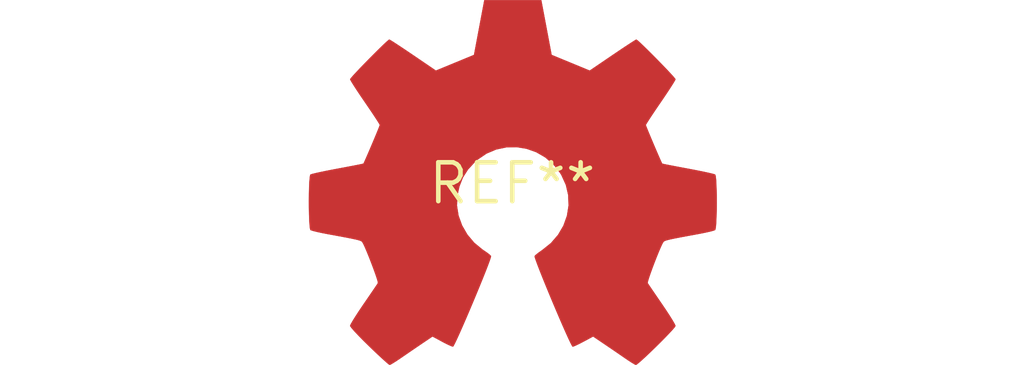
<source format=kicad_pcb>
(kicad_pcb (version 20240108) (generator pcbnew)
  (layers (0 "F.Cu" signal) (31 "B.Cu" signal) (34 "B.Paste" user) (35 "F.Paste" user) (36 "B.SilkS" user "B.Silkscreen") (37 "F.SilkS" user "F.Silkscreen") (38 "B.Mask" user) (39 "F.Mask" user) (44 "Edge.Cuts" user))
  (net 0 "")
  (footprint "OSHW-Symbol_13.4x12mm_Copper" (layer "F.Cu") (at 0 0)
    (property "Reference" "REF**")
    (property "Value" "OSHW-Symbol_13.4x12mm_Copper")
    (fp_poly (pts (xy 1.119803 -5.09936) (xy 1.288676 -4.203573) (xy 1.911796 -3.946702) (xy 2.534916 -3.689832) (xy 3.282453 -4.198151) (xy 3.491802 -4.339684) (xy 3.681043 -4.466055) (xy 3.841343 -4.571493) (xy 3.963874 -4.65023) (xy 4.039802 -4.696495) (xy 4.06048 -4.706471) (xy 4.097731 -4.680814) (xy 4.177332 -4.609885) (xy 4.290361 -4.502743) (xy 4.427895 -4.36845) (xy 4.581012 -4.216066) (xy 4.740789 -4.054653) (xy 4.898305 -3.89327) (xy 5.044637 -3.740978) (xy 5.170863 -3.606838) (xy 5.26806 -3.499911) (xy 5.327307 -3.429258) (xy 5.341471 -3.405612) (xy 5.321087 -3.362021) (xy 5.263941 -3.266519) (xy 5.176041 -3.12845) (xy 5.063396 -2.957155) (xy 4.932013 -2.761975) (xy 4.855882 -2.650648) (xy 4.717118 -2.447367) (xy 4.593811 -2.263927) (xy 4.491945 -2.109458) (xy 4.417501 -1.993091) (xy 4.376461 -1.923958) (xy 4.370294 -1.90943) (xy 4.384274 -1.86814) (xy 4.422382 -1.771908) (xy 4.478867 -1.634266) (xy 4.54798 -1.468742) (xy 4.62397 -1.288868) (xy 4.701089 -1.108172) (xy 4.773585 -0.940186) (xy 4.835709 -0.79844) (xy 4.881712 -0.696463) (xy 4.905843 -0.647786) (xy 4.907267 -0.64587) (xy 4.945158 -0.636575) (xy 5.046069 -0.61584) (xy 5.19954 -0.585702) (xy 5.395112 -0.548199) (xy 5.622325 -0.505371) (xy 5.754891 -0.480674) (xy 5.997679 -0.434447) (xy 6.216974 -0.39046) (xy 6.401681 -0.351119) (xy 6.540705 -0.318831) (xy 6.622952 -0.296003) (xy 6.639485 -0.28876) (xy 6.655678 -0.239739) (xy 6.668744 -0.129023) (xy 6.678691 0.030438) (xy 6.685528 0.2257) (xy 6.689264 0.443814) (xy 6.689907 0.671835) (xy 6.687468 0.896815) (xy 6.681953 1.105809) (xy 6.673374 1.285868) (xy 6.661737 1.424047) (xy 6.647052 1.507398) (xy 6.638245 1.52475) (xy 6.585599 1.545548) (xy 6.474043 1.575282) (xy 6.318335 1.610459) (xy 6.133229 1.647586) (xy 6.068613 1.659597) (xy 5.757071 1.716662) (xy 5.510976 1.762618) (xy 5.322195 1.799293) (xy 5.182598 1.828513) (xy 5.084052 1.852104) (xy 5.018426 1.871892) (xy 4.977589 1.889706) (xy 4.953409 1.90737) (xy 4.950026 1.910861) (xy 4.916255 1.9671) (xy 4.864737 2.076547) (xy 4.800617 2.2258) (xy 4.729039 2.401459) (xy 4.655146 2.590121) (xy 4.584083 2.778385) (xy 4.520993 2.952848) (xy 4.471021 3.100108) (xy 4.439312 3.206764) (xy 4.431008 3.259413) (xy 4.4317 3.261257) (xy 4.459836 3.304292) (xy 4.523665 3.398978) (xy 4.61648 3.53546) (xy 4.731573 3.703882) (xy 4.862237 3.89439) (xy 4.899448 3.948529) (xy 5.032129 4.144804) (xy 5.148883 4.323886) (xy 5.243349 4.475492) (xy 5.309168 4.589338) (xy 5.339978 4.655141) (xy 5.341471 4.663225) (xy 5.315584 4.705715) (xy 5.244054 4.789891) (xy 5.136076 4.906705) (xy 5.000846 5.04711) (xy 4.847558 5.202061) (xy 4.685409 5.362509) (xy 4.523593 5.519409) (xy 4.371306 5.663713) (xy 4.237743 5.786376) (xy 4.1321 5.87835) (xy 4.063572 5.930589) (xy 4.044614 5.939118) (xy 4.000487 5.919029) (xy 3.910142 5.864849) (xy 3.788295 5.785704) (xy 3.694546 5.722001) (xy 3.524678 5.60511) (xy 3.323512 5.467476) (xy 3.121733 5.330063) (xy 3.01325 5.256519) (xy 2.646058 5.008155) (xy 2.337826 5.174813) (xy 2.197404 5.247822) (xy 2.077996 5.304571) (xy 1.997202 5.336937) (xy 1.976636 5.341441) (xy 1.951906 5.308189) (xy 1.903118 5.214224) (xy 1.833913 5.068213) (xy 1.747935 4.878824) (xy 1.648824 4.654724) (xy 1.540224 4.404581) (xy 1.425775 4.137063) (xy 1.30912 3.860836) (xy 1.193901 3.584568) (xy 1.08376 3.316927) (xy 0.982339 3.06658) (xy 0.89328 2.842195) (xy 0.820225 2.652439) (xy 0.766816 2.50598) (xy 0.736695 2.411485) (xy 0.731851 2.379031) (xy 0.770245 2.337636) (xy 0.854308 2.270438) (xy 0.966467 2.1914) (xy 0.975881 2.185147) (xy 1.265768 1.953103) (xy 1.499512 1.682386) (xy 1.675087 1.381653) (xy 1.790469 1.059561) (xy 1.84363 0.724765) (xy 1.832547 0.385922) (xy 1.755192 0.051688) (xy 1.60954 -0.269281) (xy 1.566688 -0.339505) (xy 1.343802 -0.623073) (xy 1.080491 -0.850782) (xy 0.785865 -1.021449) (xy 0.469041 -1.133888) (xy 0.13913 -1.186917) (xy -0.194754 -1.179349) (xy -0.523497 -1.110002) (xy -0.837986 -0.977691) (xy -1.129107 -0.781232) (xy -1.21916 -0.701494) (xy -1.448347 -0.451892) (xy -1.615354 -0.189132) (xy -1.729915 0.105399) (xy -1.793719 0.397075) (xy -1.80947 0.725012) (xy -1.756949 1.054577) (xy -1.64149 1.37463) (xy -1.468429 1.674032) (xy -1.243101 1.941643) (xy -0.97084 2.166325) (xy -0.935058 2.190008) (xy -0.821698 2.267568) (xy -0.735522 2.334768) (xy -0.694323 2.377675) (xy -0.693724 2.379031) (xy -0.702569 2.425446) (xy -0.737631 2.530786) (xy -0.795267 2.686388) (xy -0.871834 2.883584) (xy -0.963686 3.11371) (xy -1.067183 3.368101) (xy -1.178679 3.63809) (xy -1.294532 3.915012) (xy -1.411097 4.190201) (xy -1.524733 4.454993) (xy -1.631794 4.700721) (xy -1.728638 4.918721) (xy -1.811621 5.100326) (xy -1.877099 5.236871) (xy -1.921431 5.31969) (xy -1.939283 5.341441) (xy -1.993834 5.324504) (xy -2.095905 5.279077) (xy -2.227895 5.21328) (xy -2.300474 5.174813) (xy -2.608705 5.008155) (xy -2.975897 5.256519) (xy -3.16334 5.383754) (xy -3.368557 5.523773) (xy -3.560867 5.655612) (xy -3.657193 5.722001) (xy -3.792673 5.812976) (xy -3.907393 5.885071) (xy -3.986388 5.929154) (xy -4.012046 5.938473) (xy -4.049391 5.913334) (xy -4.132042 5.843154) (xy -4.251985 5.73522) (xy -4.401209 5.596818) (xy -4.571699 5.435235) (xy -4.679526 5.331488) (xy -4.868172 5.146135) (xy -5.031205 4.980351) (xy -5.162032 4.841227) (xy -5.254065 4.735856) (xy -5.300713 4.671329) (xy -5.305188 4.658234) (xy -5.28442 4.608425) (xy -5.227031 4.507713) (xy -5.139387 4.366295) (xy -5.027854 4.194367) (xy -4.898797 4.002124) (xy -4.862096 3.948529) (xy -4.728368 3.753733) (xy -4.608393 3.578353) (xy -4.508879 3.432243) (xy -4.436533 3.325258) (xy -4.398064 3.267255) (xy -4.394347 3.261257) (xy -4.399905 3.215032) (xy -4.429407 3.113398) (xy -4.477709 2.969758) (xy -4.539667 2.797514) (xy -4.610137 2.610066) (xy -4.683975 2.420818) (xy -4.756037 2.243171) (xy -4.821178 2.090527) (xy -4.874255 1.976288) (xy -4.910123 1.913856) (xy -4.912673 1.910861) (xy -4.934606 1.893019) (xy -4.971652 1.875374) (xy -5.031941 1.856101) (xy -5.123604 1.833374) (xy -5.254774 1.805364) (xy -5.433582 1.770247) (xy -5.668158 1.726195) (xy -5.966635 1.671382) (xy -6.03126 1.659597) (xy -6.222794 1.622591) (xy -6.389769 1.586389) (xy -6.517432 1.554485) (xy -6.591024 1.530372) (xy -6.600892 1.52475) (xy -6.617153 1.47491) (xy -6.63037 1.363532) (xy -6.640536 1.203563) (xy -6.64764 1.00795) (xy -6.651674 0.78964) (xy -6.65263 0.561579) (xy -6.650498 0.336714) (xy -6.645269 0.127991) (xy -6.636935 -0.051642) (xy -6.625487 -0.189238) (xy -6.610916 -0.271852) (xy -6.602132 -0.28876) (xy -6.55323 -0.305816) (xy -6.441873 -0.333564) (xy -6.279156 -0.369597) (xy -6.076174 -0.411507) (xy -5.844021 -0.456889) (xy -5.717538 -0.480674) (xy -5.477555 -0.525535) (xy -5.263549 -0.566175) (xy -5.085978 -0.600554) (xy -4.955302 -0.626635) (xy -4.881982 -0.642379) (xy -4.869915 -0.64587) (xy -4.849519 -0.685221) (xy -4.806406 -0.780007) (xy -4.746321 -0.916685) (xy -4.675013 -1.081714) (xy -4.598227 -1.261553) (xy -4.52171 -1.44266) (xy -4.45121 -1.611493) (xy -4.392473 -1.754512) (xy -4.351246 -1.858174) (xy -4.333276 -1.908939) (xy -4.332941 -1.911158) (xy -4.353313 -1.951204) (xy -4.410427 -2.043361) (xy -4.498279 -2.178467) (xy -4.610867 -2.347365) (xy -4.742189 -2.540895) (xy -4.818529 -2.652059) (xy -4.957636 -2.855884) (xy -5.081188 -3.040937) (xy -5.183158 -3.197854) (xy -5.257517 -3.317276) (xy -5.298237 -3.38984) (xy -5.304118 -3.406107) (xy -5.278837 -3.44397) (xy -5.208948 -3.524814) (xy -5.103377 -3.639581) (xy -4.971052 -3.779215) (xy -4.820901 -3.934658) (xy -4.661852 -4.096854) (xy -4.502833 -4.256746) (xy -4.352771 -4.405276) (xy -4.220594 -4.533387) (xy -4.11523 -4.632023) (xy -4.045607 -4.692127) (xy -4.022315 -4.706471) (xy -3.98439 -4.686301) (xy -3.893683 -4.629637) (xy -3.759011 -4.542247) (xy -3.589195 -4.4299) (xy -3.393054 -4.298362) (xy -3.2451 -4.198151) (xy -2.497564 -3.689832) (xy -1.874444 -3.946702) (xy -1.251324 -4.203573) (xy -0.913576 -5.995147) (xy 0.950929 -5.995147) (xy 1.119803 -5.09936)) (layer "F.Cu") (stroke (width 0.01)) (fill solid))
  )
)
</source>
